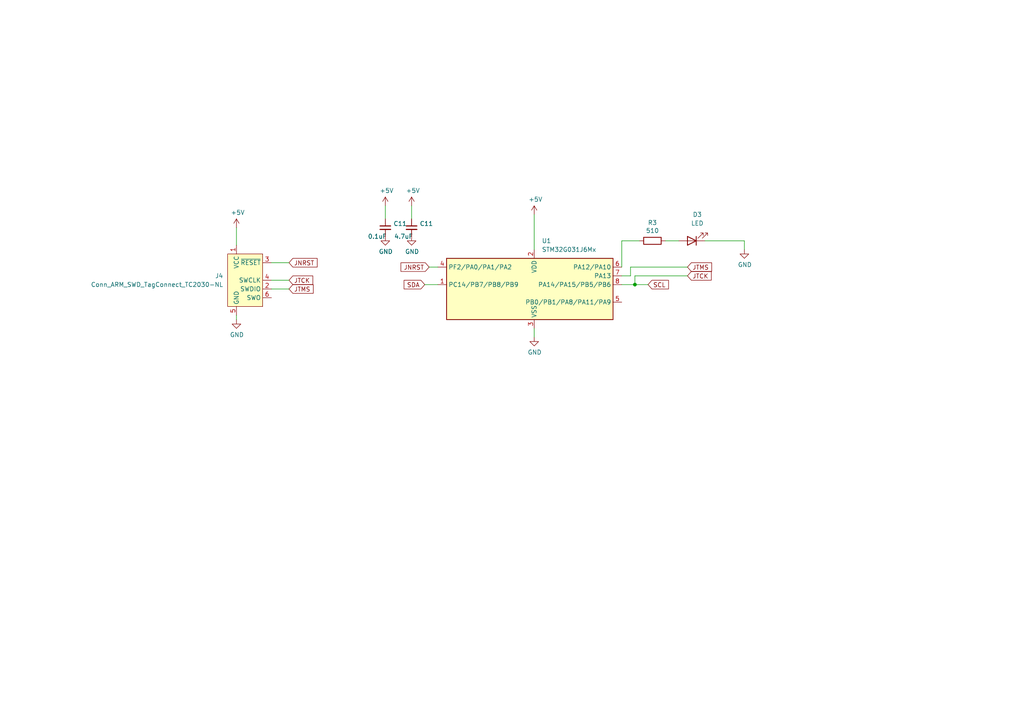
<source format=kicad_sch>
(kicad_sch (version 20230121) (generator eeschema)
  (paper "A4")
  (lib_symbols
    (symbol "Connector:Conn_ARM_SWD_TagConnect_TC2030-NL" (in_bom no)
      (property "Reference" "J" (at 2.54 11.43 0))
      (property "Value" "Conn_ARM_SWD_TagConnect_TC2030-NL" (at 2.54 8.89 0))
      (symbol "Conn_ARM_SWD_TagConnect_TC2030-NL_0_0"
        (pin power_in line (at -2.54 10.16 270) (length 2.54) (name "VCC") (number "1"))
        (pin bidirectional line (at 7.62 -2.54 180) (length 2.54) (name "SWDIO") (number "2"))
        (pin open_collector line (at 7.62 5.08 180) (length 2.54) (name "~{RESET}") (number "3"))
        (pin output line (at 7.62 0 180) (length 2.54) (name "SWCLK") (number "4"))
        (pin power_in line (at -2.54 -10.16 90) (length 2.54) (name "GND") (number "5"))
        (pin input line (at 7.62 -5.08 180) (length 2.54) (name "SWO") (number "6"))
      )
      (symbol "Conn_ARM_SWD_TagConnect_TC2030-NL_0_1"
        (rectangle (start -5.08 7.62) (end 5.08 -7.62) (fill (type background)))
      )
    )
    (symbol "Device:C_Small" (pin_numbers hide) (pin_names (offset 0.254) hide)
      (property "Reference" "C" (at 0.254 1.778 0))
      (property "Value" "C_Small" (at 0.254 -2.032 0))
      (symbol "C_Small_0_1"
        (polyline (pts (xy -1.524 -0.508) (xy 1.524 -0.508)) (stroke (width 0.3302)))
        (polyline (pts (xy -1.524 0.508) (xy 1.524 0.508)) (stroke (width 0.3048)))
      )
      (symbol "C_Small_1_1"
        (pin passive line (at 0 2.54 270) (length 2.032) (name "~") (number "1"))
        (pin passive line (at 0 -2.54 90) (length 2.032) (name "~") (number "2"))
      )
    )
    (symbol "Device:LED" (pin_numbers hide) (pin_names (offset 1.016) hide)
      (property "Reference" "D" (at 0 2.54 0))
      (property "Value" "LED" (at 0 -2.54 0))
      (symbol "LED_0_1"
        (polyline (pts (xy -1.27 -1.27) (xy -1.27 1.27)) (stroke (width 0.254)))
        (polyline (pts (xy -1.27 0) (xy 1.27 0)))
        (polyline (pts (xy 1.27 -1.27) (xy 1.27 1.27) (xy -1.27 0) (xy 1.27 -1.27)) (stroke (width 0.254)))
        (polyline (pts (xy -3.048 -0.762) (xy -4.572 -2.286) (xy -3.81 -2.286) (xy -4.572 -2.286) (xy -4.572 -1.524)))
        (polyline (pts (xy -1.778 -0.762) (xy -3.302 -2.286) (xy -2.54 -2.286) (xy -3.302 -2.286) (xy -3.302 -1.524)))
      )
      (symbol "LED_1_1"
        (pin passive line (at -3.81 0 0) (length 2.54) (name "K") (number "1"))
        (pin passive line (at 3.81 0 180) (length 2.54) (name "A") (number "2"))
      )
    )
    (symbol "Device:R" (pin_numbers hide) (pin_names (offset 0))
      (property "Reference" "R" (at 2.032 0 90))
      (property "Value" "R" (at 0 0 90))
      (symbol "R_0_1"
        (rectangle (start -1.016 -2.54) (end 1.016 2.54) (stroke (width 0.254)))
      )
      (symbol "R_1_1"
        (pin passive line (at 0 3.81 270) (length 1.27) (name "~") (number "1"))
        (pin passive line (at 0 -3.81 90) (length 1.27) (name "~") (number "2"))
      )
    )
    (symbol "MCU_ST_STM32G0:STM32G031J6Mx"
      (property "Reference" "U" (at -22.86 11.43 0))
      (property "Value" "STM32G031J6Mx" (at 5.08 11.43 0))
      (symbol "STM32G031J6Mx_0_1"
        (rectangle (start -22.86 -7.62) (end 25.4 10.16) (stroke (width 0.254)) (fill (type background)))
      )
      (symbol "STM32G031J6Mx_1_1"
        (pin bidirectional line (at -25.4 2.54 0) (length 2.54) (name "PC14/PB7/PB8/PB9") (number "1"))
        (pin power_in line (at 2.54 12.7 270) (length 2.54) (name "VDD") (number "2"))
        (pin power_in line (at 2.54 -10.16 90) (length 2.54) (name "VSS") (number "3"))
        (pin bidirectional line (at -25.4 7.62 0) (length 2.54) (name "PF2/PA0/PA1/PA2") (number "4"))
        (pin bidirectional line (at 27.94 -2.54 180) (length 2.54) (name "PB0/PB1/PA8/PA11/PA9") (number "5"))
        (pin bidirectional line (at 27.94 7.62 180) (length 2.54) (name "PA12/PA10") (number "6"))
        (pin bidirectional line (at 27.94 5.08 180) (length 2.54) (name "PA13") (number "7"))
        (pin bidirectional line (at 27.94 2.54 180) (length 2.54) (name "PA14/PA15/PB5/PB6") (number "8"))
      )
    )
    (symbol "power:+5V" (power) (pin_names (offset 0))
      (property "Value" "+5V" (at 0 3.556 0))
      (symbol "+5V_0_1"
        (polyline (pts (xy -0.762 1.27) (xy 0 2.54)))
        (polyline (pts (xy 0 0) (xy 0 2.54)))
        (polyline (pts (xy 0 2.54) (xy 0.762 1.27)))
      )
      (symbol "+5V_1_1"
        (pin power_in line (at 0 0 90) (length 0) hide (name "+5V") (number "1"))
      )
    )
    (symbol "power:GND" (power) (pin_names (offset 0))
      (property "Value" "GND" (at 0 -3.81 0))
      (symbol "GND_0_1"
        (polyline (pts (xy 0 0) (xy 0 -1.27) (xy 1.27 -1.27) (xy 0 -2.54) (xy -1.27 -1.27) (xy 0 -1.27)))
      )
      (symbol "GND_1_1"
        (pin power_in line (at 0 0 270) (length 0) hide (name "GND") (number "1"))
      )
    )
  )
  (junction (at 184.15 82.55))
  (wire (pts (xy 123.19 82.55) (xy 127 82.55)))
  (wire (pts (xy 185.42 69.85) (xy 180.34 69.85)))
  (wire (pts (xy 180.34 82.55) (xy 184.15 82.55)))
  (wire (pts (xy 78.74 76.2) (xy 83.82 76.2)))
  (wire (pts (xy 199.39 77.47) (xy 182.88 77.47)))
  (wire (pts (xy 119.38 59.69) (xy 119.38 63.5)))
  (wire (pts (xy 184.15 82.55) (xy 187.96 82.55)))
  (wire (pts (xy 78.74 81.28) (xy 83.82 81.28)))
  (wire (pts (xy 184.15 80.01) (xy 184.15 82.55)))
  (wire (pts (xy 180.34 69.85) (xy 180.34 77.47)))
  (wire (pts (xy 193.04 69.85) (xy 196.85 69.85)))
  (wire (pts (xy 215.9 69.85) (xy 215.9 72.39)))
  (wire (pts (xy 154.94 62.23) (xy 154.94 72.39)))
  (wire (pts (xy 154.94 95.25) (xy 154.94 97.79)))
  (wire (pts (xy 111.76 59.69) (xy 111.76 63.5)))
  (wire (pts (xy 78.74 83.82) (xy 83.82 83.82)))
  (wire (pts (xy 182.88 77.47) (xy 182.88 80.01)))
  (wire (pts (xy 204.47 69.85) (xy 215.9 69.85)))
  (wire (pts (xy 182.88 80.01) (xy 180.34 80.01)))
  (wire (pts (xy 124.46 77.47) (xy 127 77.47)))
  (wire (pts (xy 199.39 80.01) (xy 184.15 80.01)))
  (wire (pts (xy 68.58 91.44) (xy 68.58 92.71)))
  (wire (pts (xy 68.58 66.04) (xy 68.58 71.12)))
  (global_label "JTMS" (shape input) (at 199.39 77.47 0) (property "Intersheetrefs" "${INTERSHEET_REFS}" (effects hide)))
  (global_label "JTMS" (shape input) (at 83.82 83.82 0) (property "Intersheetrefs" "${INTERSHEET_REFS}" (effects hide)))
  (global_label "SDA" (shape input) (at 123.19 82.55 180) (property "Intersheetrefs" "${INTERSHEET_REFS}" (effects hide)))
  (global_label "JTCK" (shape input) (at 83.82 81.28 0) (property "Intersheetrefs" "${INTERSHEET_REFS}" (effects hide)))
  (global_label "JTCK" (shape input) (at 199.39 80.01 0) (property "Intersheetrefs" "${INTERSHEET_REFS}" (effects hide)))
  (global_label "JNRST" (shape input) (at 83.82 76.2 0) (property "Intersheetrefs" "${INTERSHEET_REFS}" (effects hide)))
  (global_label "JNRST" (shape input) (at 124.46 77.47 180) (property "Intersheetrefs" "${INTERSHEET_REFS}" (effects hide)))
  (global_label "SCL" (shape input) (at 187.96 82.55 0) (property "Intersheetrefs" "${INTERSHEET_REFS}" (effects hide)))
  (symbol (lib_id "power:GND") (at 119.38 68.58 0) (unit 1)
    (property "Reference" "#PWR038" (effects hide))
    (property "Value" "GND" (at 119.507 72.9742 0))
    (instances (project "LTP305_ESP32_CLOCK" (path "" (reference "#PWR038") (unit 1))) (project "ltp_kikad" (path "" (reference "#PWR05") (unit 1)) (path "" (reference "#PWR05") (unit 1)) (path "" (reference "#PWR028") (unit 1))))
  )
  (symbol (lib_id "MCU_ST_STM32G0:STM32G031J6Mx") (at 152.4 85.09 0) (unit 1)
    (property "Reference" "U1" (at 157.1341 69.85 0) (effects (justify left)))
    (property "Value" "STM32G031J6Mx" (at 157.1341 72.39 0) (effects (justify left)))
    (property "Footprint" "Package_SO:SOIC-8_3.9x4.9mm_P1.27mm" (effects hide))
    (property "Datasheet" "https://www.st.com/resource/en/datasheet/stm32g031j6.pdf" (effects hide))
  )
  (symbol (lib_id "power:GND") (at 111.76 68.58 0) (unit 1)
    (property "Reference" "#PWR038" (effects hide))
    (property "Value" "GND" (at 111.887 72.9742 0))
    (instances (project "LTP305_ESP32_CLOCK" (path "" (reference "#PWR038") (unit 1))) (project "ltp_kikad" (path "" (reference "#PWR05") (unit 1)) (path "" (reference "#PWR021") (unit 1)) (path "" (reference "#PWR025") (unit 1))))
  )
  (symbol (lib_id "power:GND") (at 68.58 92.71 0) (unit 1)
    (property "Reference" "#PWR09" (effects hide))
    (property "Value" "GND" (at 68.707 97.1042 0))
    (instances (project "LTP305_ESP32_CLOCK" (path "" (reference "#PWR09") (unit 1))) (project "ltp_kikad" (path "" (reference "#PWR06") (unit 1)) (path "" (reference "#PWR012") (unit 1)) (path "" (reference "#PWR031") (unit 1))))
  )
  (symbol (lib_id "power:+5V") (at 111.76 59.69 0) (unit 1)
    (property "Reference" "#PWR08" (effects hide))
    (property "Value" "+5V" (at 112.141 55.2958 0))
    (instances (project "LTP305_ESP32_CLOCK" (path "" (reference "#PWR08") (unit 1))) (project "ltp_kikad" (path "" (reference "#PWR04") (unit 1)) (path "" (reference "#PWR020") (unit 1)) (path "" (reference "#PWR024") (unit 1))))
  )
  (symbol (lib_id "power:+5V") (at 68.58 66.04 0) (unit 1)
    (property "Reference" "#PWR08" (effects hide))
    (property "Value" "+5V" (at 68.961 61.6458 0))
    (instances (project "LTP305_ESP32_CLOCK" (path "" (reference "#PWR08") (unit 1))) (project "ltp_kikad" (path "" (reference "#PWR04") (unit 1)) (path "" (reference "#PWR04") (unit 1)) (path "" (reference "#PWR030") (unit 1))))
  )
  (symbol (lib_id "power:GND") (at 215.9 72.39 0) (unit 1)
    (property "Reference" "#PWR09" (effects hide))
    (property "Value" "GND" (at 216.027 76.7842 0))
    (instances (project "LTP305_ESP32_CLOCK" (path "" (reference "#PWR09") (unit 1))) (project "ltp_kikad" (path "" (reference "#PWR06") (unit 1)) (path "" (reference "#PWR012") (unit 1)) (path "" (reference "#PWR029") (unit 1))))
  )
  (symbol (lib_id "Device:R") (at 189.23 69.85 90) (unit 1)
    (property "Reference" "R3" (at 189.23 64.5922 90))
    (property "Value" "510" (at 189.23 66.9036 90))
    (property "Footprint" "Resistor_SMD:R_0402_1005Metric" (effects hide))
    (instances (project "LTP305_ESP32_CLOCK" (path "" (reference "R3") (unit 1))) (project "ltp_kikad" (path "" (reference "R2") (unit 1)) (path "" (reference "R2") (unit 1)) (path "" (reference "R10") (unit 1))))
  )
  (symbol (lib_id "Device:C_Small") (at 119.38 66.04 0) (unit 1)
    (property "Reference" "C11" (at 121.7168 64.8716 0) (effects (justify left)))
    (property "Value" "4.7uF" (at 114.3 68.58 0) (effects (justify left)))
    (property "Footprint" "Capacitor_SMD:C_0603_1608Metric" (effects hide))
    (instances (project "LTP305_ESP32_CLOCK" (path "" (reference "C11") (unit 1))) (project "ltp_kikad" (path "" (reference "C2") (unit 1)) (path "" (reference "C2") (unit 1)) (path "" (reference "C9") (unit 1))))
  )
  (symbol (lib_id "Device:LED") (at 200.66 69.85 180) (unit 1)
    (property "Reference" "D3" (at 202.2475 62.23 0))
    (property "Value" "LED" (at 202.2475 64.77 0))
    (property "Footprint" "LED_SMD:LED_0402_1005Metric" (effects hide))
  )
  (symbol (lib_id "Connector:Conn_ARM_SWD_TagConnect_TC2030-NL") (at 71.12 81.28 0) (unit 1) (in_bom no)
    (property "Reference" "J4" (at 64.77 80.01 0) (effects (justify right)))
    (property "Value" "Conn_ARM_SWD_TagConnect_TC2030-NL" (at 64.77 82.55 0) (effects (justify right)))
    (property "Footprint" "Connector:Tag-Connect_TC2030-IDC-NL_2x03_P1.27mm_Vertical" (effects hide))
    (property "Datasheet" "https://www.tag-connect.com/wp-content/uploads/bsk-pdf-manager/TC2030-CTX_1.pdf" (effects hide))
  )
  (symbol (lib_id "power:+5V") (at 154.94 62.23 0) (unit 1)
    (property "Reference" "#PWR08" (effects hide))
    (property "Value" "+5V" (at 155.321 57.8358 0))
    (instances (project "LTP305_ESP32_CLOCK" (path "" (reference "#PWR08") (unit 1))) (project "ltp_kikad" (path "" (reference "#PWR04") (unit 1)) (path "" (reference "#PWR04") (unit 1)) (path "" (reference "#PWR023") (unit 1))))
  )
  (symbol (lib_id "power:GND") (at 154.94 97.79 0) (unit 1)
    (property "Reference" "#PWR09" (effects hide))
    (property "Value" "GND" (at 155.067 102.1842 0))
    (instances (project "LTP305_ESP32_CLOCK" (path "" (reference "#PWR09") (unit 1))) (project "ltp_kikad" (path "" (reference "#PWR06") (unit 1)) (path "" (reference "#PWR012") (unit 1)) (path "" (reference "#PWR022") (unit 1))))
  )
  (symbol (lib_id "Device:C_Small") (at 111.76 66.04 0) (unit 1)
    (property "Reference" "C11" (at 114.0968 64.8716 0) (effects (justify left)))
    (property "Value" "0.1uF" (at 106.68 68.58 0) (effects (justify left)))
    (property "Footprint" "Capacitor_SMD:C_0402_1005Metric" (effects hide))
    (instances (project "LTP305_ESP32_CLOCK" (path "" (reference "C11") (unit 1))) (project "ltp_kikad" (path "" (reference "C2") (unit 1)) (path "" (reference "C4") (unit 1)) (path "" (reference "C7") (unit 1))))
  )
  (symbol (lib_id "power:+5V") (at 119.38 59.69 0) (unit 1)
    (property "Reference" "#PWR08" (effects hide))
    (property "Value" "+5V" (at 119.761 55.2958 0))
    (instances (project "LTP305_ESP32_CLOCK" (path "" (reference "#PWR08") (unit 1))) (project "ltp_kikad" (path "" (reference "#PWR04") (unit 1)) (path "" (reference "#PWR04") (unit 1)) (path "" (reference "#PWR027") (unit 1))))
  )
)
</source>
